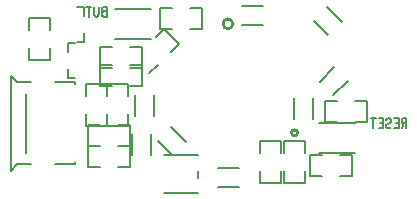
<source format=gbo>
G04 This is an RS-274x file exported by *
G04 gerbv version 2.6.1 *
G04 More information is available about gerbv at *
G04 http://gerbv.geda-project.org/ *
G04 --End of header info--*
%MOIN*%
%FSLAX34Y34*%
%IPPOS*%
%IN "KeyChainDevBoard.pcb"*%
G04 --Define apertures--*
%ADD10C,0.0010*%
%ADD11C,0.0080*%
%ADD12C,0.0079*%
%ADD13C,0.0050*%
%ADD14C,0.0100*%
G04 --Start main section--*
G54D11*
G01X0013680Y0012850D02*
G01X0013680Y0012150D01*
G01X0014320Y0012850D02*
G01X0014320Y0012150D01*
G01X0014526Y0012621D02*
G01X0015021Y0012126D01*
G01X0014979Y0013074D02*
G01X0015474Y0012579D01*
G01X0020379Y0014126D02*
G01X0020874Y0014621D01*
G01X0019926Y0014579D02*
G01X0020421Y0015074D01*
G01X0019726Y0016621D02*
G01X0020221Y0016126D01*
G01X0020179Y0017074D02*
G01X0020674Y0016579D01*
G01X0019720Y0013350D02*
G01X0019720Y0014050D01*
G01X0019080Y0013350D02*
G01X0019080Y0014050D01*
G01X0018750Y0012200D02*
G01X0018750Y0012600D01*
G01X0018750Y0012600D02*
G01X0019450Y0012600D01*
G01X0019450Y0012600D02*
G01X0019450Y0012200D01*
G01X0018750Y0011600D02*
G01X0018750Y0011200D01*
G01X0018750Y0011200D02*
G01X0019450Y0011200D01*
G01X0019450Y0011200D02*
G01X0019450Y0011600D01*
G01X0021100Y0013950D02*
G01X0021500Y0013950D01*
G01X0021500Y0013950D02*
G01X0021500Y0013250D01*
G01X0021500Y0013250D02*
G01X0021100Y0013250D01*
G01X0020500Y0013950D02*
G01X0020100Y0013950D01*
G01X0020100Y0013950D02*
G01X0020100Y0013250D01*
G01X0020100Y0013250D02*
G01X0020500Y0013250D01*
G01X0013000Y0015050D02*
G01X0012600Y0015050D01*
G01X0012600Y0015050D02*
G01X0012600Y0015750D01*
G01X0012600Y0015750D02*
G01X0013000Y0015750D01*
G01X0013600Y0015050D02*
G01X0014000Y0015050D01*
G01X0014000Y0015050D02*
G01X0014000Y0015750D01*
G01X0014000Y0015750D02*
G01X0013600Y0015750D01*
G01X0012850Y0014100D02*
G01X0012850Y0014500D01*
G01X0012850Y0014500D02*
G01X0013550Y0014500D01*
G01X0013550Y0014500D02*
G01X0013550Y0014100D01*
G01X0012850Y0013500D02*
G01X0012850Y0013100D01*
G01X0012850Y0013100D02*
G01X0013550Y0013100D01*
G01X0013550Y0013100D02*
G01X0013550Y0013500D01*
G01X0020000Y0011450D02*
G01X0019600Y0011450D01*
G01X0019600Y0011450D02*
G01X0019600Y0012150D01*
G01X0019600Y0012150D02*
G01X0020000Y0012150D01*
G01X0020600Y0011450D02*
G01X0021000Y0011450D01*
G01X0021000Y0011450D02*
G01X0021000Y0012150D01*
G01X0021000Y0012150D02*
G01X0020600Y0012150D01*
G01X0015600Y0017050D02*
G01X0016000Y0017050D01*
G01X0016000Y0017050D02*
G01X0016000Y0016350D01*
G01X0016000Y0016350D02*
G01X0015600Y0016350D01*
G01X0015000Y0017050D02*
G01X0014600Y0017050D01*
G01X0014600Y0017050D02*
G01X0014600Y0016350D01*
G01X0014600Y0016350D02*
G01X0015000Y0016350D01*
G01X0014465Y0016060D02*
G01X0014748Y0016343D01*
G01X0014748Y0016343D02*
G01X0015243Y0015848D01*
G01X0015243Y0015848D02*
G01X0014960Y0015565D01*
G01X0014252Y0014857D02*
G01X0014535Y0015140D01*
G01X0012850Y0013500D02*
G01X0012850Y0013100D01*
G01X0012850Y0013100D02*
G01X0012150Y0013100D01*
G01X0012150Y0013100D02*
G01X0012150Y0013500D01*
G01X0012850Y0014100D02*
G01X0012850Y0014500D01*
G01X0012850Y0014500D02*
G01X0012150Y0014500D01*
G01X0012150Y0014500D02*
G01X0012150Y0014100D01*
G01X0012600Y0011750D02*
G01X0012200Y0011750D01*
G01X0012200Y0011750D02*
G01X0012200Y0012450D01*
G01X0012200Y0012450D02*
G01X0012600Y0012450D01*
G01X0013200Y0011750D02*
G01X0013600Y0011750D01*
G01X0013600Y0011750D02*
G01X0013600Y0012450D01*
G01X0013600Y0012450D02*
G01X0013200Y0012450D01*
G01X0012600Y0012450D02*
G01X0012200Y0012450D01*
G01X0012200Y0012450D02*
G01X0012200Y0013150D01*
G01X0012200Y0013150D02*
G01X0012600Y0013150D01*
G01X0013200Y0012450D02*
G01X0013600Y0012450D01*
G01X0013600Y0012450D02*
G01X0013600Y0013150D01*
G01X0013600Y0013150D02*
G01X0013200Y0013150D01*
G01X0018650Y0011600D02*
G01X0018650Y0011200D01*
G01X0018650Y0011200D02*
G01X0017950Y0011200D01*
G01X0017950Y0011200D02*
G01X0017950Y0011600D01*
G01X0018650Y0012200D02*
G01X0018650Y0012600D01*
G01X0018650Y0012600D02*
G01X0017950Y0012600D01*
G01X0017950Y0012600D02*
G01X0017950Y0012200D01*
G01X0013600Y0015150D02*
G01X0014000Y0015150D01*
G01X0014000Y0015150D02*
G01X0014000Y0014450D01*
G01X0014000Y0014450D02*
G01X0013600Y0014450D01*
G01X0013000Y0015150D02*
G01X0012600Y0015150D01*
G01X0012600Y0015150D02*
G01X0012600Y0014450D01*
G01X0012600Y0014450D02*
G01X0013000Y0014450D01*
G01X0010250Y0016300D02*
G01X0010250Y0016700D01*
G01X0010250Y0016700D02*
G01X0010950Y0016700D01*
G01X0010950Y0016700D02*
G01X0010950Y0016300D01*
G01X0010250Y0015700D02*
G01X0010250Y0015300D01*
G01X0010250Y0015300D02*
G01X0010950Y0015300D01*
G01X0010950Y0015300D02*
G01X0010950Y0015700D01*
G01X0011840Y0015920D02*
G01X0012060Y0015920D01*
G01X0012060Y0015920D02*
G01X0012060Y0016220D01*
G01X0012060Y0016780D02*
G01X0012060Y0017080D01*
G01X0012060Y0017080D02*
G01X0011840Y0017080D01*
G01X0011760Y0015880D02*
G01X0011540Y0015880D01*
G01X0011540Y0015880D02*
G01X0011540Y0015580D01*
G01X0011540Y0015020D02*
G01X0011540Y0014720D01*
G01X0011540Y0014720D02*
G01X0011760Y0014720D01*
G01X0015860Y0010870D02*
G01X0014740Y0010870D01*
G01X0015860Y0012130D02*
G01X0014740Y0012130D01*
G01X0015860Y0011380D02*
G01X0015860Y0011620D01*
G01X0017350Y0016480D02*
G01X0018050Y0016480D01*
G01X0017350Y0017120D02*
G01X0018050Y0017120D01*
G01X0013780Y0014150D02*
G01X0013780Y0013450D01*
G01X0014420Y0014150D02*
G01X0014420Y0013450D01*
G01X0017250Y0011720D02*
G01X0016550Y0011720D01*
G01X0017250Y0011080D02*
G01X0016550Y0011080D01*
G01X0011763Y0011901D02*
G01X0011763Y0011822D01*
G01X0011763Y0011822D02*
G01X0011094Y0011822D01*
G01X0011763Y0014499D02*
G01X0011763Y0014578D01*
G01X0011763Y0014578D02*
G01X0011094Y0014578D01*
G01X0009645Y0011615D02*
G01X0009645Y0014785D01*
G01X0010306Y0011822D02*
G01X0009854Y0011822D01*
G01X0009854Y0011822D02*
G01X0009645Y0011615D01*
G01X0010306Y0014578D02*
G01X0009854Y0014578D01*
G01X0009854Y0014578D02*
G01X0009645Y0014785D01*
G01X0010129Y0012216D02*
G01X0010129Y0014184D01*
G54D12*
G01X0019909Y0012208D02*
G01X0021091Y0012208D01*
G01X0019909Y0013192D02*
G01X0021091Y0013192D01*
G01X0014291Y0016992D02*
G01X0013109Y0016992D01*
G01X0014291Y0016008D02*
G01X0013109Y0016008D01*
G54D13*
G01X0022820Y0013358D02*
G01X0022820Y0013030D01*
G01X0022820Y0013358D02*
G01X0022718Y0013358D01*
G01X0022718Y0013358D02*
G01X0022684Y0013343D01*
G01X0022684Y0013343D02*
G01X0022672Y0013327D01*
G01X0022672Y0013327D02*
G01X0022661Y0013296D01*
G01X0022661Y0013296D02*
G01X0022661Y0013264D01*
G01X0022661Y0013264D02*
G01X0022672Y0013233D01*
G01X0022672Y0013233D02*
G01X0022684Y0013218D01*
G01X0022684Y0013218D02*
G01X0022718Y0013202D01*
G01X0022718Y0013202D02*
G01X0022820Y0013202D01*
G01X0022741Y0013202D02*
G01X0022661Y0013030D01*
G01X0022559Y0013358D02*
G01X0022559Y0013030D01*
G01X0022559Y0013358D02*
G01X0022411Y0013358D01*
G01X0022559Y0013202D02*
G01X0022468Y0013202D01*
G01X0022559Y0013030D02*
G01X0022411Y0013030D01*
G01X0022150Y0013311D02*
G01X0022172Y0013343D01*
G01X0022172Y0013343D02*
G01X0022206Y0013358D01*
G01X0022206Y0013358D02*
G01X0022252Y0013358D01*
G01X0022252Y0013358D02*
G01X0022286Y0013343D01*
G01X0022286Y0013343D02*
G01X0022309Y0013311D01*
G01X0022309Y0013311D02*
G01X0022309Y0013280D01*
G01X0022309Y0013280D02*
G01X0022297Y0013249D01*
G01X0022297Y0013249D02*
G01X0022286Y0013233D01*
G01X0022286Y0013233D02*
G01X0022263Y0013218D01*
G01X0022263Y0013218D02*
G01X0022195Y0013186D01*
G01X0022195Y0013186D02*
G01X0022172Y0013171D01*
G01X0022172Y0013171D02*
G01X0022161Y0013155D01*
G01X0022161Y0013155D02*
G01X0022150Y0013124D01*
G01X0022150Y0013124D02*
G01X0022150Y0013077D01*
G01X0022150Y0013077D02*
G01X0022172Y0013046D01*
G01X0022172Y0013046D02*
G01X0022206Y0013030D01*
G01X0022206Y0013030D02*
G01X0022252Y0013030D01*
G01X0022252Y0013030D02*
G01X0022286Y0013046D01*
G01X0022286Y0013046D02*
G01X0022309Y0013077D01*
G01X0022047Y0013358D02*
G01X0022047Y0013030D01*
G01X0022047Y0013358D02*
G01X0021900Y0013358D01*
G01X0022047Y0013202D02*
G01X0021956Y0013202D01*
G01X0022047Y0013030D02*
G01X0021900Y0013030D01*
G01X0021718Y0013358D02*
G01X0021718Y0013030D01*
G01X0021797Y0013358D02*
G01X0021638Y0013358D01*
G01X0012830Y0017078D02*
G01X0012830Y0016750D01*
G01X0012830Y0017078D02*
G01X0012728Y0017078D01*
G01X0012728Y0017078D02*
G01X0012694Y0017063D01*
G01X0012694Y0017063D02*
G01X0012682Y0017047D01*
G01X0012682Y0017047D02*
G01X0012671Y0017016D01*
G01X0012671Y0017016D02*
G01X0012671Y0016984D01*
G01X0012671Y0016984D02*
G01X0012682Y0016953D01*
G01X0012682Y0016953D02*
G01X0012694Y0016938D01*
G01X0012694Y0016938D02*
G01X0012728Y0016922D01*
G01X0012830Y0016922D02*
G01X0012728Y0016922D01*
G01X0012728Y0016922D02*
G01X0012694Y0016906D01*
G01X0012694Y0016906D02*
G01X0012682Y0016891D01*
G01X0012682Y0016891D02*
G01X0012671Y0016859D01*
G01X0012671Y0016859D02*
G01X0012671Y0016813D01*
G01X0012671Y0016813D02*
G01X0012682Y0016781D01*
G01X0012682Y0016781D02*
G01X0012694Y0016766D01*
G01X0012694Y0016766D02*
G01X0012728Y0016750D01*
G01X0012728Y0016750D02*
G01X0012830Y0016750D01*
G01X0012569Y0017078D02*
G01X0012569Y0016844D01*
G01X0012569Y0016844D02*
G01X0012557Y0016797D01*
G01X0012557Y0016797D02*
G01X0012535Y0016766D01*
G01X0012535Y0016766D02*
G01X0012501Y0016750D01*
G01X0012501Y0016750D02*
G01X0012478Y0016750D01*
G01X0012478Y0016750D02*
G01X0012444Y0016766D01*
G01X0012444Y0016766D02*
G01X0012421Y0016797D01*
G01X0012421Y0016797D02*
G01X0012410Y0016844D01*
G01X0012410Y0016844D02*
G01X0012410Y0017078D01*
G01X0012228Y0017078D02*
G01X0012228Y0016750D01*
G01X0012307Y0017078D02*
G01X0012148Y0017078D01*
G54D14*
G01X0017033Y0016513D02*
G75*
G03X0017033Y0016513I-000164J0000000D01*
G01X0019192Y0012880D02*
G75*
G03X0019192Y0012880I-000102J0000000D01*
M02*

</source>
